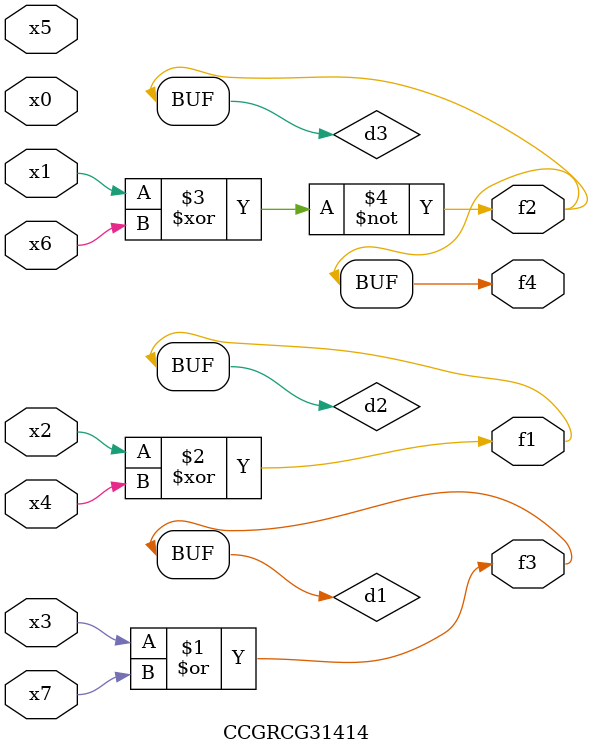
<source format=v>
module CCGRCG31414(
	input x0, x1, x2, x3, x4, x5, x6, x7,
	output f1, f2, f3, f4
);

	wire d1, d2, d3;

	or (d1, x3, x7);
	xor (d2, x2, x4);
	xnor (d3, x1, x6);
	assign f1 = d2;
	assign f2 = d3;
	assign f3 = d1;
	assign f4 = d3;
endmodule

</source>
